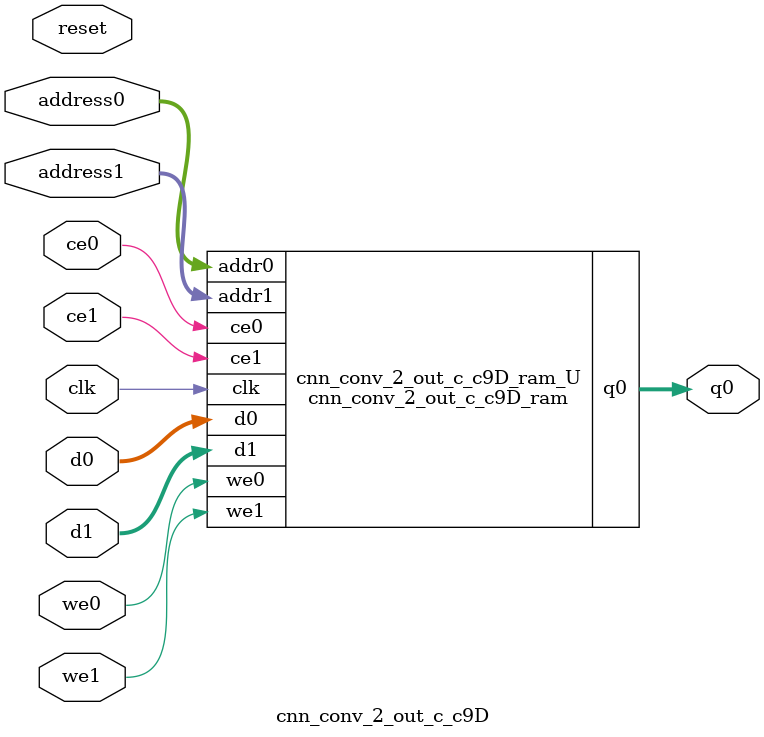
<source format=v>
`timescale 1 ns / 1 ps
module cnn_conv_2_out_c_c9D_ram (addr0, ce0, d0, we0, q0, addr1, ce1, d1, we1,  clk);

parameter DWIDTH = 14;
parameter AWIDTH = 4;
parameter MEM_SIZE = 16;

input[AWIDTH-1:0] addr0;
input ce0;
input[DWIDTH-1:0] d0;
input we0;
output reg[DWIDTH-1:0] q0;
input[AWIDTH-1:0] addr1;
input ce1;
input[DWIDTH-1:0] d1;
input we1;
input clk;

(* ram_style = "block" *)reg [DWIDTH-1:0] ram[0:MEM_SIZE-1];




always @(posedge clk)  
begin 
    if (ce0) 
    begin
        if (we0) 
        begin 
            ram[addr0] <= d0; 
        end 
        q0 <= ram[addr0];
    end
end


always @(posedge clk)  
begin 
    if (ce1) 
    begin
        if (we1) 
        begin 
            ram[addr1] <= d1; 
        end 
    end
end


endmodule

`timescale 1 ns / 1 ps
module cnn_conv_2_out_c_c9D(
    reset,
    clk,
    address0,
    ce0,
    we0,
    d0,
    q0,
    address1,
    ce1,
    we1,
    d1);

parameter DataWidth = 32'd14;
parameter AddressRange = 32'd16;
parameter AddressWidth = 32'd4;
input reset;
input clk;
input[AddressWidth - 1:0] address0;
input ce0;
input we0;
input[DataWidth - 1:0] d0;
output[DataWidth - 1:0] q0;
input[AddressWidth - 1:0] address1;
input ce1;
input we1;
input[DataWidth - 1:0] d1;



cnn_conv_2_out_c_c9D_ram cnn_conv_2_out_c_c9D_ram_U(
    .clk( clk ),
    .addr0( address0 ),
    .ce0( ce0 ),
    .we0( we0 ),
    .d0( d0 ),
    .q0( q0 ),
    .addr1( address1 ),
    .ce1( ce1 ),
    .we1( we1 ),
    .d1( d1 ));

endmodule


</source>
